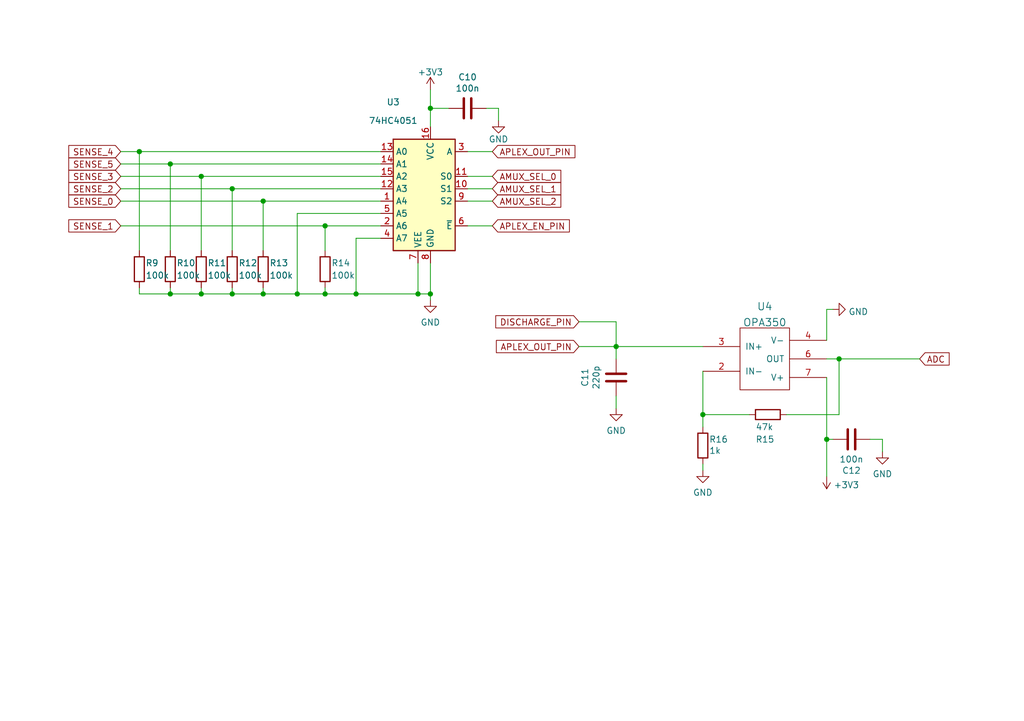
<source format=kicad_sch>
(kicad_sch (version 20231120) (generator "eeschema") (generator_version "8.0")
  (paper "A5")
  (title_block (title "EC23U") (date "2024-03-03") (rev "1.1") (company "LU.SV Solutions") (comment 1 "Cipulot PCB Design") (comment 2 "Cipulot") (comment 3 "CC-BY-NC-SA-4.0"))
  (lib_symbols
    (symbol "74xx:74HC4051"
      (property "Reference" "U" (at -5.08 11.43 0))
      (property "Value" "74HC4051" (at -7.62 -13.97 0))
      (symbol "74HC4051_0_1"
        (rectangle (start -5.08 10.16) (end 7.62 -12.7) (stroke (width 0.254)) (fill (type background)))
      )
      (symbol "74HC4051_1_1"
        (pin passive line (at 10.16 -2.54 180) (length 2.54) (name "A4") (number "1"))
        (pin input line (at -7.62 0 0) (length 2.54) (name "S1") (number "10"))
        (pin input line (at -7.62 2.54 0) (length 2.54) (name "S0") (number "11"))
        (pin passive line (at 10.16 0 180) (length 2.54) (name "A3") (number "12"))
        (pin passive line (at 10.16 7.62 180) (length 2.54) (name "A0") (number "13"))
        (pin passive line (at 10.16 5.08 180) (length 2.54) (name "A1") (number "14"))
        (pin passive line (at 10.16 2.54 180) (length 2.54) (name "A2") (number "15"))
        (pin power_in line (at 0 12.7 270) (length 2.54) (name "VCC") (number "16"))
        (pin passive line (at 10.16 -7.62 180) (length 2.54) (name "A6") (number "2"))
        (pin passive line (at -7.62 7.62 0) (length 2.54) (name "A") (number "3"))
        (pin passive line (at 10.16 -10.16 180) (length 2.54) (name "A7") (number "4"))
        (pin passive line (at 10.16 -5.08 180) (length 2.54) (name "A5") (number "5"))
        (pin input line (at -7.62 -7.62 0) (length 2.54) (name "~{E}") (number "6"))
        (pin power_in line (at 2.54 -15.24 90) (length 2.54) (name "VEE") (number "7"))
        (pin power_in line (at 0 -15.24 90) (length 2.54) (name "GND") (number "8"))
        (pin input line (at -7.62 -2.54 0) (length 2.54) (name "S2") (number "9"))
      )
    )
    (symbol "Device:C" (pin_numbers hide) (pin_names (offset 0.254))
      (property "Reference" "C" (at 0.635 2.54 0))
      (property "Value" "C" (at 0.635 -2.54 0))
      (symbol "C_0_1"
        (polyline (pts (xy -2.032 -0.762) (xy 2.032 -0.762)) (stroke (width 0.508)))
        (polyline (pts (xy -2.032 0.762) (xy 2.032 0.762)) (stroke (width 0.508)))
      )
      (symbol "C_1_1"
        (pin passive line (at 0 3.81 270) (length 2.794) (name "~") (number "1"))
        (pin passive line (at 0 -3.81 90) (length 2.794) (name "~") (number "2"))
      )
    )
    (symbol "Device:R" (pin_numbers hide) (pin_names (offset 0))
      (property "Reference" "R" (at 2.032 0 90))
      (property "Value" "R" (at 0 0 90))
      (symbol "R_0_1"
        (rectangle (start -1.016 -2.54) (end 1.016 2.54) (stroke (width 0.254)))
      )
      (symbol "R_1_1"
        (pin passive line (at 0 3.81 270) (length 1.27) (name "~") (number "1"))
        (pin passive line (at 0 -3.81 90) (length 1.27) (name "~") (number "2"))
      )
    )
    (symbol "burrbrown:OPA350" (pin_names (offset 1.016))
      (property "Reference" "U" (at 8.89 -7.62 0))
      (property "Value" "OPA350" (at 5.08 7.62 0))
      (symbol "OPA350_0_1"
        (rectangle (start 0 -6.35) (end 10.16 6.35))
        (pin input line (at -7.62 2.54 0) (length 7.62) (name "IN-") (number "2"))
        (pin input line (at -7.62 -2.54 0) (length 7.62) (name "IN+") (number "3"))
        (pin input line (at 17.78 -3.81 180) (length 7.62) (name "V-") (number "4"))
        (pin input line (at 17.78 0 180) (length 7.62) (name "OUT") (number "6"))
        (pin input line (at 17.78 3.81 180) (length 7.62) (name "V+") (number "7"))
      )
    )
    (symbol "power:+3.3V" (power) (pin_names (offset 0))
      (property "Value" "+3.3V" (at 0 3.556 0))
      (symbol "+3.3V_0_1"
        (polyline (pts (xy -0.762 1.27) (xy 0 2.54)))
        (polyline (pts (xy 0 0) (xy 0 2.54)))
        (polyline (pts (xy 0 2.54) (xy 0.762 1.27)))
      )
      (symbol "+3.3V_1_1"
        (pin power_in line (at 0 0 90) (length 0) hide (name "+3V3") (number "1"))
      )
    )
    (symbol "power:GND" (power) (pin_names (offset 0))
      (property "Value" "GND" (at 0 -3.81 0))
      (symbol "GND_0_1"
        (polyline (pts (xy 0 0) (xy 0 -1.27) (xy 1.27 -1.27) (xy 0 -2.54) (xy -1.27 -1.27) (xy 0 -1.27)))
      )
      (symbol "GND_1_1"
        (pin power_in line (at 0 0 270) (length 0) hide (name "GND") (number "1"))
      )
    )
  )
  (junction (at 144.145 85.09))
  (junction (at 66.675 46.355))
  (junction (at 85.725 60.325))
  (junction (at 34.925 33.655))
  (junction (at 47.625 38.735))
  (junction (at 34.925 60.325))
  (junction (at 53.975 41.275))
  (junction (at 41.275 36.195))
  (junction (at 126.365 71.12))
  (junction (at 53.975 60.325))
  (junction (at 172.085 73.66))
  (junction (at 73.025 60.325))
  (junction (at 47.625 60.325))
  (junction (at 66.675 60.325))
  (junction (at 41.275 60.325))
  (junction (at 88.265 22.225))
  (junction (at 88.265 60.325))
  (junction (at 28.575 31.115))
  (junction (at 169.545 90.17))
  (junction (at 60.96 60.325))
  (wire (pts (xy 126.365 73.66) (xy 126.365 71.12)))
  (wire (pts (xy 66.675 46.355) (xy 78.105 46.355)))
  (wire (pts (xy 169.545 63.5) (xy 170.815 63.5)))
  (wire (pts (xy 85.725 60.325) (xy 88.265 60.325)))
  (wire (pts (xy 95.885 38.735) (xy 100.965 38.735)))
  (wire (pts (xy 118.745 66.04) (xy 126.365 66.04)))
  (wire (pts (xy 47.625 59.055) (xy 47.625 60.325)))
  (wire (pts (xy 180.975 90.17) (xy 180.975 92.71)))
  (wire (pts (xy 60.96 60.325) (xy 60.96 43.815)))
  (wire (pts (xy 47.625 38.735) (xy 47.625 51.435)))
  (wire (pts (xy 144.145 95.25) (xy 144.145 96.52)))
  (wire (pts (xy 78.105 48.895) (xy 73.025 48.895)))
  (wire (pts (xy 172.085 73.66) (xy 169.545 73.66)))
  (wire (pts (xy 85.725 53.975) (xy 85.725 60.325)))
  (wire (pts (xy 172.085 73.66) (xy 188.595 73.66)))
  (wire (pts (xy 88.265 61.595) (xy 88.265 60.325)))
  (wire (pts (xy 95.885 36.195) (xy 100.965 36.195)))
  (wire (pts (xy 88.265 22.225) (xy 88.265 26.035)))
  (wire (pts (xy 126.365 71.12) (xy 144.145 71.12)))
  (wire (pts (xy 144.145 85.09) (xy 153.67 85.09)))
  (wire (pts (xy 92.075 22.225) (xy 88.265 22.225)))
  (wire (pts (xy 78.105 33.655) (xy 34.925 33.655)))
  (wire (pts (xy 24.765 41.275) (xy 53.975 41.275)))
  (wire (pts (xy 34.925 59.055) (xy 34.925 60.325)))
  (wire (pts (xy 118.745 71.12) (xy 126.365 71.12)))
  (wire (pts (xy 66.675 60.325) (xy 73.025 60.325)))
  (wire (pts (xy 24.765 31.115) (xy 28.575 31.115)))
  (wire (pts (xy 53.975 51.435) (xy 53.975 41.275)))
  (wire (pts (xy 78.105 36.195) (xy 41.275 36.195)))
  (wire (pts (xy 28.575 31.115) (xy 78.105 31.115)))
  (wire (pts (xy 73.025 48.895) (xy 73.025 60.325)))
  (wire (pts (xy 24.765 38.735) (xy 47.625 38.735)))
  (wire (pts (xy 99.695 22.225) (xy 102.235 22.225)))
  (wire (pts (xy 126.365 81.28) (xy 126.365 83.82)))
  (wire (pts (xy 41.275 60.325) (xy 47.625 60.325)))
  (wire (pts (xy 24.765 46.355) (xy 66.675 46.355)))
  (wire (pts (xy 169.545 77.47) (xy 169.545 90.17)))
  (wire (pts (xy 172.085 85.09) (xy 172.085 73.66)))
  (wire (pts (xy 34.925 51.435) (xy 34.925 33.655)))
  (wire (pts (xy 169.545 69.85) (xy 169.545 63.5)))
  (wire (pts (xy 47.625 60.325) (xy 53.975 60.325)))
  (wire (pts (xy 161.29 85.09) (xy 172.085 85.09)))
  (wire (pts (xy 60.96 60.325) (xy 66.675 60.325)))
  (wire (pts (xy 144.145 76.2) (xy 144.145 85.09)))
  (wire (pts (xy 126.365 66.04) (xy 126.365 71.12)))
  (wire (pts (xy 78.105 38.735) (xy 47.625 38.735)))
  (wire (pts (xy 53.975 59.055) (xy 53.975 60.325)))
  (wire (pts (xy 24.765 33.655) (xy 34.925 33.655)))
  (wire (pts (xy 53.975 60.325) (xy 60.96 60.325)))
  (wire (pts (xy 34.925 60.325) (xy 41.275 60.325)))
  (wire (pts (xy 78.105 41.275) (xy 53.975 41.275)))
  (wire (pts (xy 60.96 43.815) (xy 78.105 43.815)))
  (wire (pts (xy 24.765 36.195) (xy 41.275 36.195)))
  (wire (pts (xy 170.815 90.17) (xy 169.545 90.17)))
  (wire (pts (xy 28.575 51.435) (xy 28.575 31.115)))
  (wire (pts (xy 41.275 51.435) (xy 41.275 36.195)))
  (wire (pts (xy 100.965 46.355) (xy 95.885 46.355)))
  (wire (pts (xy 66.675 51.435) (xy 66.675 46.355)))
  (wire (pts (xy 28.575 59.055) (xy 28.575 60.325)))
  (wire (pts (xy 144.145 85.09) (xy 144.145 87.63)))
  (wire (pts (xy 41.275 59.055) (xy 41.275 60.325)))
  (wire (pts (xy 100.965 31.115) (xy 95.885 31.115)))
  (wire (pts (xy 88.265 18.415) (xy 88.265 22.225)))
  (wire (pts (xy 73.025 60.325) (xy 85.725 60.325)))
  (wire (pts (xy 28.575 60.325) (xy 34.925 60.325)))
  (wire (pts (xy 178.435 90.17) (xy 180.975 90.17)))
  (wire (pts (xy 95.885 41.275) (xy 100.965 41.275)))
  (wire (pts (xy 102.235 22.225) (xy 102.235 24.765)))
  (wire (pts (xy 169.545 97.79) (xy 169.545 90.17)))
  (wire (pts (xy 88.265 53.975) (xy 88.265 60.325)))
  (wire (pts (xy 66.675 59.055) (xy 66.675 60.325)))
  (global_label "SENSE_2" (shape input) (at 24.765 38.735 180) (property "Intersheetrefs" "${INTERSHEET_REFS}" (effects (hide yes))))
  (global_label "ADC" (shape input) (at 188.595 73.66 0) (property "Intersheetrefs" "${INTERSHEET_REFS}" (effects (hide yes))))
  (global_label "DISCHARGE_PIN" (shape input) (at 118.745 66.04 180) (property "Intersheetrefs" "${INTERSHEET_REFS}" (effects (hide yes))))
  (global_label "SENSE_4" (shape input) (at 24.765 31.115 180) (property "Intersheetrefs" "${INTERSHEET_REFS}" (effects (hide yes))))
  (global_label "SENSE_3" (shape input) (at 24.765 36.195 180) (property "Intersheetrefs" "${INTERSHEET_REFS}" (effects (hide yes))))
  (global_label "AMUX_SEL_1" (shape input) (at 100.965 38.735 0) (property "Intersheetrefs" "${INTERSHEET_REFS}" (effects (hide yes))))
  (global_label "SENSE_0" (shape input) (at 24.765 41.275 180) (property "Intersheetrefs" "${INTERSHEET_REFS}" (effects (hide yes))))
  (global_label "SENSE_1" (shape input) (at 24.765 46.355 180) (property "Intersheetrefs" "${INTERSHEET_REFS}" (effects (hide yes))))
  (global_label "APLEX_EN_PIN" (shape input) (at 100.965 46.355 0) (property "Intersheetrefs" "${INTERSHEET_REFS}" (effects (hide yes))))
  (global_label "APLEX_OUT_PIN" (shape input) (at 118.745 71.12 180) (property "Intersheetrefs" "${INTERSHEET_REFS}" (effects (hide yes))))
  (global_label "AMUX_SEL_2" (shape input) (at 100.965 41.275 0) (property "Intersheetrefs" "${INTERSHEET_REFS}" (effects (hide yes))))
  (global_label "AMUX_SEL_0" (shape input) (at 100.965 36.195 0) (property "Intersheetrefs" "${INTERSHEET_REFS}" (effects (hide yes))))
  (global_label "SENSE_5" (shape input) (at 24.765 33.655 180) (property "Intersheetrefs" "${INTERSHEET_REFS}" (effects (hide yes))))
  (global_label "APLEX_OUT_PIN" (shape input) (at 100.965 31.115 0) (property "Intersheetrefs" "${INTERSHEET_REFS}" (effects (hide yes))))
  (symbol (lib_id "Device:R") (at 53.975 55.245 0) (unit 1)
    (property "Reference" "R13" (at 55.245 53.975 0) (effects (justify left)))
    (property "Value" "100k" (at 55.245 56.515 0) (effects (justify left)))
    (property "Footprint" "Resistor_SMD:R_0402_1005Metric" (effects (hide yes)))
    (property "LCSC" "C25741" (effects (hide yes)))
  )
  (symbol (lib_id "power:GND") (at 88.265 61.595 0) (unit 1)
    (property "Reference" "#PWR033" (effects (hide yes)))
    (property "Value" "GND" (at 88.265 66.1575 0))
  )
  (symbol (lib_id "Device:C") (at 174.625 90.17 270) (mirror x) (unit 1)
    (property "Reference" "C12" (at 174.625 96.5708 90))
    (property "Value" "100n" (at 174.625 94.2594 90))
    (property "Footprint" "Capacitor_SMD:C_0402_1005Metric" (effects (hide yes)))
    (property "LCSC" "C307331" (effects (hide yes)))
  )
  (symbol (lib_id "Device:R") (at 34.925 55.245 0) (unit 1)
    (property "Reference" "R10" (at 36.195 53.975 0) (effects (justify left)))
    (property "Value" "100k" (at 36.195 56.515 0) (effects (justify left)))
    (property "Footprint" "Resistor_SMD:R_0402_1005Metric" (effects (hide yes)))
    (property "LCSC" "C25741" (effects (hide yes)))
  )
  (symbol (lib_id "burrbrown:OPA350") (at 151.765 73.66 0) (mirror x) (unit 1)
    (property "Reference" "U4" (at 156.845 62.9061 0) (effects (font (size 1.524 1.524))))
    (property "Value" "OPA350" (at 156.845 66.1851 0) (effects (font (size 1.524 1.524))))
    (property "Footprint" "Package_SO:SOIC-8_3.9x4.9mm_P1.27mm" (effects (hide yes)))
    (property "LCSC" "C13388" (effects (hide yes)))
  )
  (symbol (lib_id "Device:R") (at 28.575 55.245 0) (unit 1)
    (property "Reference" "R9" (at 29.845 53.975 0) (effects (justify left)))
    (property "Value" "100k" (at 29.845 56.515 0) (effects (justify left)))
    (property "Footprint" "Resistor_SMD:R_0402_1005Metric" (effects (hide yes)))
    (property "LCSC" "C25741" (effects (hide yes)))
  )
  (symbol (lib_id "74xx:74HC4051") (at 88.265 38.735 0) (mirror y) (unit 1)
    (property "Reference" "U3" (at 80.645 20.955 0))
    (property "Value" "74HC4051" (at 80.645 24.765 0))
    (property "Footprint" "cipulot_parts:TSSOP16" (effects (hide yes)))
    (property "Datasheet" "http://www.ti.com/lit/ds/symlink/cd74hc4051.pdf" (effects (hide yes)))
    (property "LCSC" "C5645" (effects (hide yes)))
  )
  (symbol (lib_id "Device:C") (at 126.365 77.47 0) (unit 1)
    (property "Reference" "C11" (at 119.9642 77.47 90))
    (property "Value" "220p" (at 122.2756 77.47 90))
    (property "Footprint" "Capacitor_SMD:C_0402_1005Metric" (effects (hide yes)))
    (property "LCSC" "C1530" (effects (hide yes)))
  )
  (symbol (lib_id "Device:C") (at 95.885 22.225 270) (unit 1)
    (property "Reference" "C10" (at 95.885 15.8242 90))
    (property "Value" "100n" (at 95.885 18.1356 90))
    (property "Footprint" "Capacitor_SMD:C_0402_1005Metric" (effects (hide yes)))
    (property "LCSC" "C307331" (effects (hide yes)))
  )
  (symbol (lib_id "power:GND") (at 102.235 24.765 0) (unit 1)
    (property "Reference" "#PWR032" (effects (hide yes)))
    (property "Value" "GND" (at 102.235 28.575 0))
  )
  (symbol (lib_id "power:GND") (at 144.145 96.52 0) (unit 1)
    (property "Reference" "#PWR037" (effects (hide yes)))
    (property "Value" "GND" (at 144.145 101.0825 0))
  )
  (symbol (lib_id "Device:R") (at 157.48 85.09 270) (unit 1)
    (property "Reference" "R15" (at 154.94 90.17 90) (effects (justify left)))
    (property "Value" "47k" (at 154.94 87.63 90) (effects (justify left)))
    (property "Footprint" "Resistor_SMD:R_0402_1005Metric" (effects (hide yes)))
    (property "LCSC" "C25792" (effects (hide yes)))
  )
  (symbol (lib_id "power:+3.3V") (at 169.545 97.79 180) (unit 1)
    (property "Reference" "#PWR038" (effects (hide yes)))
    (property "Value" "+3V3" (at 170.942 99.539 0) (effects (justify right)))
  )
  (symbol (lib_id "Device:R") (at 66.675 55.245 0) (unit 1)
    (property "Reference" "R14" (at 67.945 53.975 0) (effects (justify left)))
    (property "Value" "100k" (at 67.945 56.515 0) (effects (justify left)))
    (property "Footprint" "Resistor_SMD:R_0402_1005Metric" (effects (hide yes)))
    (property "LCSC" "C25741" (effects (hide yes)))
  )
  (symbol (lib_id "Device:R") (at 144.145 91.44 0) (unit 1)
    (property "Reference" "R16" (at 145.415 90.17 0) (effects (justify left)))
    (property "Value" "1k" (at 145.415 92.4814 0) (effects (justify left)))
    (property "Footprint" "Resistor_SMD:R_0402_1005Metric" (effects (hide yes)))
    (property "LCSC" "C11702" (effects (hide yes)))
  )
  (symbol (lib_id "power:+3.3V") (at 88.265 18.415 0) (unit 1)
    (property "Reference" "#PWR031" (effects (hide yes)))
    (property "Value" "+3V3" (at 88.265 14.8105 0))
  )
  (symbol (lib_id "power:GND") (at 126.365 83.82 0) (unit 1)
    (property "Reference" "#PWR035" (effects (hide yes)))
    (property "Value" "GND" (at 126.365 88.3825 0))
  )
  (symbol (lib_id "Device:R") (at 41.275 55.245 0) (unit 1)
    (property "Reference" "R11" (at 42.545 53.975 0) (effects (justify left)))
    (property "Value" "100k" (at 42.545 56.515 0) (effects (justify left)))
    (property "Footprint" "Resistor_SMD:R_0402_1005Metric" (effects (hide yes)))
    (property "LCSC" "C25741" (effects (hide yes)))
  )
  (symbol (lib_id "power:GND") (at 170.815 63.5 90) (unit 1)
    (property "Reference" "#PWR034" (effects (hide yes)))
    (property "Value" "GND" (at 173.99 63.979 90) (effects (justify right)))
  )
  (symbol (lib_id "power:GND") (at 180.975 92.71 0) (unit 1)
    (property "Reference" "#PWR036" (effects (hide yes)))
    (property "Value" "GND" (at 180.975 97.2725 0))
  )
  (symbol (lib_id "Device:R") (at 47.625 55.245 0) (unit 1)
    (property "Reference" "R12" (at 48.895 53.975 0) (effects (justify left)))
    (property "Value" "100k" (at 48.895 56.515 0) (effects (justify left)))
    (property "Footprint" "Resistor_SMD:R_0402_1005Metric" (effects (hide yes)))
    (property "LCSC" "C25741" (effects (hide yes)))
  )
)
</source>
